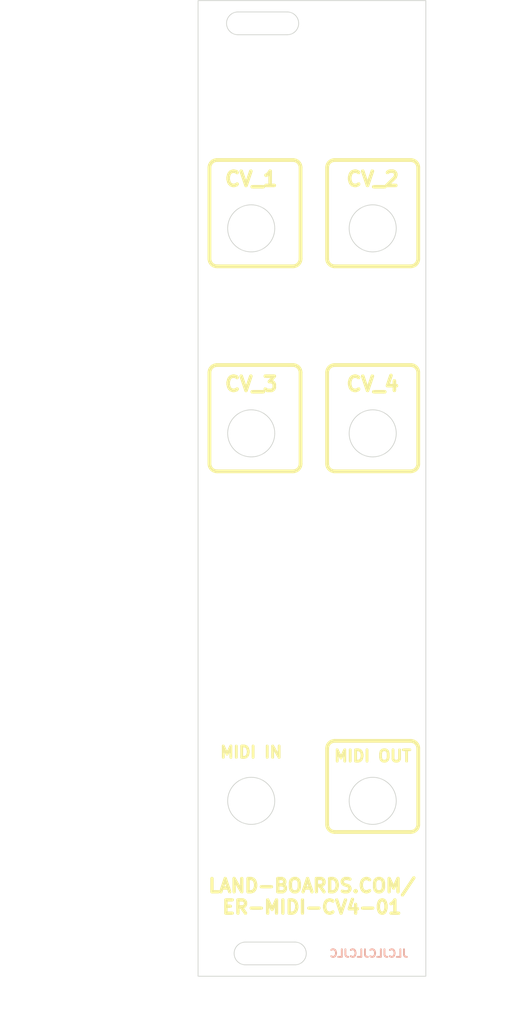
<source format=kicad_pcb>
(kicad_pcb (version 20211014) (generator pcbnew)

  (general
    (thickness 1.6)
  )

  (paper "A")
  (title_block
    (title "SYNTH MIDI COMTROLLER")
    (date "2022-09-23")
    (rev "1")
    (company "LAND BOARDS, LLC")
  )

  (layers
    (0 "F.Cu" signal)
    (31 "B.Cu" signal)
    (32 "B.Adhes" user "B.Adhesive")
    (33 "F.Adhes" user "F.Adhesive")
    (34 "B.Paste" user)
    (35 "F.Paste" user)
    (36 "B.SilkS" user "B.Silkscreen")
    (37 "F.SilkS" user "F.Silkscreen")
    (38 "B.Mask" user)
    (39 "F.Mask" user)
    (40 "Dwgs.User" user "User.Drawings")
    (41 "Cmts.User" user "User.Comments")
    (42 "Eco1.User" user "User.Eco1")
    (43 "Eco2.User" user "User.Eco2")
    (44 "Edge.Cuts" user)
    (45 "Margin" user)
    (46 "B.CrtYd" user "B.Courtyard")
    (47 "F.CrtYd" user "F.Courtyard")
    (48 "B.Fab" user)
    (49 "F.Fab" user)
    (50 "User.1" user)
    (51 "User.2" user)
    (52 "User.3" user)
    (53 "User.4" user)
    (54 "User.5" user)
    (55 "User.6" user)
    (56 "User.7" user)
    (57 "User.8" user)
    (58 "User.9" user)
  )

  (setup
    (stackup
      (layer "F.SilkS" (type "Top Silk Screen"))
      (layer "F.Paste" (type "Top Solder Paste"))
      (layer "F.Mask" (type "Top Solder Mask") (thickness 0.01))
      (layer "F.Cu" (type "copper") (thickness 0.035))
      (layer "dielectric 1" (type "core") (thickness 1.51) (material "FR4") (epsilon_r 4.5) (loss_tangent 0.02))
      (layer "B.Cu" (type "copper") (thickness 0.035))
      (layer "B.Mask" (type "Bottom Solder Mask") (thickness 0.01))
      (layer "B.Paste" (type "Bottom Solder Paste"))
      (layer "B.SilkS" (type "Bottom Silk Screen"))
      (copper_finish "None")
      (dielectric_constraints no)
    )
    (pad_to_mask_clearance 0)
    (pcbplotparams
      (layerselection 0x00010f0_ffffffff)
      (disableapertmacros false)
      (usegerberextensions true)
      (usegerberattributes true)
      (usegerberadvancedattributes true)
      (creategerberjobfile false)
      (svguseinch false)
      (svgprecision 6)
      (excludeedgelayer true)
      (plotframeref false)
      (viasonmask false)
      (mode 1)
      (useauxorigin false)
      (hpglpennumber 1)
      (hpglpenspeed 20)
      (hpglpendiameter 15.000000)
      (dxfpolygonmode true)
      (dxfimperialunits true)
      (dxfusepcbnewfont true)
      (psnegative false)
      (psa4output false)
      (plotreference true)
      (plotvalue true)
      (plotinvisibletext false)
      (sketchpadsonfab false)
      (subtractmaskfromsilk false)
      (outputformat 1)
      (mirror false)
      (drillshape 0)
      (scaleselection 1)
      (outputdirectory "PLOTS/")
    )
  )

  (net 0 "")

  (gr_arc (start 43.5 53.000003) (mid 42.792894 52.70711) (end 42.5 52.000003) (layer "F.SilkS") (width 0.5) (tstamp 01c950c2-84d4-4062-97ce-28407e323c63))
  (gr_arc (start 54.5 52.000003) (mid 54.207107 52.707109) (end 53.5 53.000003) (layer "F.SilkS") (width 0.5) (tstamp 031a6158-41bb-434c-9952-f633292a0643))
  (gr_arc (start 27 67) (mid 27.292893 66.292894) (end 28 66) (layer "F.SilkS") (width 0.5) (tstamp 08951927-dcdb-48ef-a4ba-b24fecadcc5f))
  (gr_arc (start 28 53.000003) (mid 27.292894 52.70711) (end 27 52.000003) (layer "F.SilkS") (width 0.5) (tstamp 0acb7b97-c6e6-44df-ad0d-230a70aa8726))
  (gr_line (start 27 79) (end 27 67) (layer "F.SilkS") (width 0.5) (tstamp 14ae6814-97a1-417e-bec2-8de437fc055e))
  (gr_arc (start 43.5 80) (mid 42.792894 79.707107) (end 42.5 79) (layer "F.SilkS") (width 0.5) (tstamp 191f42b3-4d25-45d5-a764-a0fd795e322b))
  (gr_arc (start 53.5 115.5) (mid 54.207106 115.792893) (end 54.5 116.5) (layer "F.SilkS") (width 0.5) (tstamp 200b738a-50e9-4f57-b197-9a6a0ae11af3))
  (gr_arc (start 42.5 67) (mid 42.792893 66.292894) (end 43.5 66) (layer "F.SilkS") (width 0.5) (tstamp 24115169-fbaf-42f8-8ea2-50b53559acae))
  (gr_line (start 27 52.000003) (end 27 40.000003) (layer "F.SilkS") (width 0.5) (tstamp 2e4ab829-7cbc-43d6-922e-e58b81d5b325))
  (gr_arc (start 38 66) (mid 38.707106 66.292893) (end 39 67) (layer "F.SilkS") (width 0.5) (tstamp 316f7731-ca0e-4353-9d0a-b39b70f911ba))
  (gr_line (start 43.5 66) (end 53.5 66) (layer "F.SilkS") (width 0.5) (tstamp 42ff3cd4-f496-4fae-ad51-e4a6d6c4a3fd))
  (gr_line (start 42.5 126.5) (end 42.5 116.5) (layer "F.SilkS") (width 0.5) (tstamp 430b98dc-0155-464c-95fc-2bf720cc2dd3))
  (gr_arc (start 39 52.000003) (mid 38.707107 52.707109) (end 38 53.000003) (layer "F.SilkS") (width 0.5) (tstamp 457f42c3-5be7-4c16-bf1a-e05a256ab5fe))
  (gr_line (start 38 53.000003) (end 28 53.000003) (layer "F.SilkS") (width 0.5) (tstamp 4d12fef9-a8a6-4fe7-8eb6-18559735365e))
  (gr_line (start 53.5 53.000003) (end 43.5 53.000003) (layer "F.SilkS") (width 0.5) (tstamp 4e6670df-abff-4ed6-b674-d8eab1e694b7))
  (gr_line (start 53.5 80) (end 43.5 80) (layer "F.SilkS") (width 0.5) (tstamp 5073e2aa-8704-462c-b9ec-5d0a20454258))
  (gr_arc (start 28 80) (mid 27.292894 79.707107) (end 27 79) (layer "F.SilkS") (width 0.5) (tstamp 598a409e-d6d1-4e1e-9626-b7f83b7ccb98))
  (gr_line (start 39 40.000003) (end 39 52.000003) (layer "F.SilkS") (width 0.5) (tstamp 5c488b78-0da5-43a2-95d3-30c56a0b5e7b))
  (gr_arc (start 42.5 116.5) (mid 42.792893 115.792894) (end 43.5 115.5) (layer "F.SilkS") (width 0.5) (tstamp 60a7dcc1-b459-4b69-be02-f48b66a815f0))
  (gr_arc (start 54.5 79) (mid 54.207107 79.707106) (end 53.5 80) (layer "F.SilkS") (width 0.5) (tstamp 878d500e-41a8-4a2f-b3a1-3d4bb11333d8))
  (gr_line (start 42.5 40.000003) (end 42.5 52.000003) (layer "F.SilkS") (width 0.5) (tstamp 88ac54d2-fbab-47d5-99b7-9af1eb96e113))
  (gr_arc (start 53.5 39.000003) (mid 54.207106 39.292896) (end 54.5 40.000003) (layer "F.SilkS") (width 0.5) (tstamp 95589da1-41ce-4ceb-8fc8-bfd893562be9))
  (gr_line (start 38 80) (end 28 80) (layer "F.SilkS") (width 0.5) (tstamp 9bd3b295-cf9b-4409-8a15-32cee0098743))
  (gr_arc (start 53.5 66) (mid 54.207106 66.292893) (end 54.5 67) (layer "F.SilkS") (width 0.5) (tstamp 9dbac948-b489-471f-bb28-c108b83fe088))
  (gr_arc (start 42.5 40.000003) (mid 42.792893 39.292897) (end 43.5 39.000003) (layer "F.SilkS") (width 0.5) (tstamp a020bf6e-574c-4ecb-89ab-06ce8f4215f3))
  (gr_line (start 28 39.000003) (end 38 39.000003) (layer "F.SilkS") (width 0.5) (tstamp a16ea363-07ef-4986-8f97-4e5827bfc40a))
  (gr_line (start 43.5 115.5) (end 53.5 115.5) (layer "F.SilkS") (width 0.5) (tstamp a43ae97f-ff8c-43dd-8d6d-82a22f1be9b5))
  (gr_line (start 54.5 40.000003) (end 54.5 52.000003) (layer "F.SilkS") (width 0.5) (tstamp a59a7927-0a9c-48b1-8d02-37baf1009ef6))
  (gr_line (start 37.5 66) (end 38 66) (layer "F.SilkS") (width 0.5) (tstamp bc947ef2-1a25-4fc3-90a8-e452619c96c9))
  (gr_arc (start 38 39.000003) (mid 38.707106 39.292896) (end 39 40.000003) (layer "F.SilkS") (width 0.5) (tstamp c0d7ddc3-0fb2-4859-8099-85cf17faa495))
  (gr_arc (start 54.5 126.5) (mid 54.207107 127.207106) (end 53.5 127.5) (layer "F.SilkS") (width 0.5) (tstamp c25b90aa-c787-46a1-8b80-e5b9fd45039a))
  (gr_line (start 28 66) (end 37.5 66) (layer "F.SilkS") (width 0.5) (tstamp cd2a1057-ec20-4708-a21a-458c10ff5984))
  (gr_line (start 43.5 39.000003) (end 53.5 39.000003) (layer "F.SilkS") (width 0.5) (tstamp cef9ded0-2b78-46a0-b213-4a6d45c2f8b0))
  (gr_line (start 54.5 116.5) (end 54.5 126.5) (layer "F.SilkS") (width 0.5) (tstamp d039718a-5f93-4d2d-b957-a40b11652989))
  (gr_arc (start 39 79) (mid 38.707107 79.707106) (end 38 80) (layer "F.SilkS") (width 0.5) (tstamp d37c9a21-a75d-4c2f-950c-c4469540ead5))
  (gr_arc (start 43.5 127.5) (mid 42.792894 127.207107) (end 42.5 126.5) (layer "F.SilkS") (width 0.5) (tstamp e085e529-431d-4fe9-aed9-287036ceabd6))
  (gr_line (start 42.5 79) (end 42.5 67) (layer "F.SilkS") (width 0.5) (tstamp e2c9adb6-d3eb-4acb-868a-58ffeecc65b0))
  (gr_line (start 39 67) (end 39 79) (layer "F.SilkS") (width 0.5) (tstamp e2ca9cef-f053-499f-a166-187c41a68d8c))
  (gr_line (start 54.5 67) (end 54.5 79) (layer "F.SilkS") (width 0.5) (tstamp ebd09f57-f1eb-4035-9778-e725368edccc))
  (gr_arc (start 27 40.000003) (mid 27.292893 39.292897) (end 28 39.000003) (layer "F.SilkS") (width 0.5) (tstamp f0efb02d-e7cf-4fd7-879b-eb2dd5ed72d8))
  (gr_line (start 53.5 127.5) (end 43.5 127.5) (layer "F.SilkS") (width 0.5) (tstamp f5156e03-6da9-4205-8d49-0997e01031c7))
  (gr_circle (center 48.5 75) (end 51.6 75) (layer "Edge.Cuts") (width 0.1) (fill none) (tstamp 01077b49-82ec-4f3c-9792-fe06705ab818))
  (gr_arc (start 37.25 19.5) (mid 38.75 21) (end 37.25 22.5) (layer "Edge.Cuts") (width 0.1) (tstamp 042b5996-c3d5-409f-9c85-38e3b60c0df8))
  (gr_line (start 30.75 19.5) (end 37.25 19.5) (layer "Edge.Cuts") (width 0.1) (tstamp 14a17511-61a0-4960-9e72-4009d96ece42))
  (gr_arc (start 31.75 145) (mid 30.25 143.5) (end 31.75 142) (layer "Edge.Cuts") (width 0.1) (tstamp 1512d480-b2af-4fe9-bbe2-c76b652d0b1b))
  (gr_rect (start 25.5 18) (end 55.5 146.5) (layer "Edge.Cuts") (width 0.1) (fill none) (tstamp 29524295-9f03-40c3-8816-8e73dda48044))
  (gr_circle (center 32.5 48) (end 35.6 48) (layer "Edge.Cuts") (width 0.1) (fill none) (tstamp 33077d7c-6c18-47c6-bcc3-cf5f9439b6b3))
  (gr_circle (center 48.5 123.4) (end 51.6 123.4) (layer "Edge.Cuts") (width 0.1) (fill none) (tstamp 3d622ac5-9ddf-4555-894f-64fa458bae75))
  (gr_line (start 30.75 22.5) (end 37.25 22.5) (layer "Edge.Cuts") (width 0.1) (tstamp 3ec909d9-6812-400a-8364-0695bbe6c874))
  (gr_line (start 31.75 142) (end 38.25 142) (layer "Edge.Cuts") (width 0.1) (tstamp 60ba1407-c1c6-47d5-840c-5b6a8483a71d))
  (gr_line (start 31.75 145) (end 38.25 145) (layer "Edge.Cuts") (width 0.1) (tstamp 744394ad-4e71-43c5-90dc-e728c5f6592a))
  (gr_circle (center 32.5 75) (end 35.6 75) (layer "Edge.Cuts") (width 0.1) (fill none) (tstamp 7b771941-e0c5-4954-b9c9-ab250ad0e446))
  (gr_arc (start 30.75 22.5) (mid 29.25 21) (end 30.75 19.5) (layer "Edge.Cuts") (width 0.1) (tstamp a2051512-b416-4449-9ad8-e7d980774088))
  (gr_circle (center 32.5 123.4) (end 35.6 123.4) (layer "Edge.Cuts") (width 0.1) (fill none) (tstamp b31ab078-0cf4-4b44-bf55-a4b6573cb52f))
  (gr_circle (center 48.5 48) (end 51.6 48) (layer "Edge.Cuts") (width 0.1) (fill none) (tstamp c6549539-6b52-4807-b853-def264073f50))
  (gr_arc (start 38.25 142) (mid 39.75 143.5) (end 38.25 145) (layer "Edge.Cuts") (width 0.1) (tstamp f4e0c764-1b5c-4a44-aa7f-2d15984ae5c6))
  (gr_text "JLCJLCJLCJLC" (at 48 143.5) (layer "B.SilkS") (tstamp 619cf9e3-25a5-4699-bab6-469aedc62cab)
    (effects (font (size 1 1) (thickness 0.25)) (justify mirror))
  )
  (gr_text "MIDI OUT" (at 48.5 117.5) (layer "F.SilkS") (tstamp 20091f7d-b577-4828-ae1f-5d3f7f651caf)
    (effects (font (size 1.5 1.5) (thickness 0.375)))
  )
  (gr_text "MIDI IN" (at 32.5 117) (layer "F.SilkS") (tstamp 449a4130-5198-43c7-aa17-3cb30c17454b)
    (effects (font (size 1.5 1.5) (thickness 0.375)))
  )
  (gr_text "CV_2\n" (at 48.5 41.5) (layer "F.SilkS") (tstamp 57bdabbe-9c03-49ae-bb22-ae1503463d66)
    (effects (font (size 1.8796 1.905) (thickness 0.4699)))
  )
  (gr_text "CV_4" (at 48.5 68.5) (layer "F.SilkS") (tstamp a6bce69b-fee2-4420-bbeb-9e5af8e718cb)
    (effects (font (size 1.8796 1.905) (thickness 0.4699)))
  )
  (gr_text "CV_3" (at 32.5 68.5) (layer "F.SilkS") (tstamp d7fc25e7-72aa-4235-b313-ecc59377976b)
    (effects (font (size 1.8796 1.905) (thickness 0.4699)))
  )
  (gr_text "LAND-BOARDS.COM/\nER-MIDI-CV4-01" (at 40.5 136) (layer "F.SilkS") (tstamp e4931782-5c66-4c17-9c84-fc8a5a7fec89)
    (effects (font (size 1.75 1.75) (thickness 0.4375)))
  )
  (gr_text "CV_1" (at 32.5 41.5) (layer "F.SilkS") (tstamp feeff704-3bb6-42cf-b239-499ad811fa56)
    (effects (font (size 1.8796 1.905) (thickness 0.4699)))
  )
  (dimension (type aligned) (layer "Dwgs.User") (tstamp 1939ff44-ddcc-4e24-82f6-df2676c45d65)
    (pts (xy 55.5 75) (xy 55.5 123.5))
    (height 34)
    (gr_text "48.5000 mm" (at 20.35 99.25 90) (layer "Dwgs.User") (tstamp 1939ff44-ddcc-4e24-82f6-df2676c45d65)
      (effects (font (size 1 1) (thickness 0.15)))
    )
    (format (units 3) (units_format 1) (precision 4))
    (style (thickness 0.15) (arrow_length 1.27) (text_position_mode 0) (extension_height 0.58642) (extension_offset 0.5) keep_text_aligned)
  )
  (dimension (type aligned) (layer "Dwgs.User") (tstamp 29b7baa7-4160-4241-b2d2-887aa23af7ef)
    (pts (xy 21.5 48) (xy 21.5 43))
    (height 36.5)
    (gr_text "5.0000 mm" (at 56.85 45.5 90) (layer "Dwgs.User") (tstamp 29b7baa7-4160-4241-b2d2-887aa23af7ef)
      (effects (font (size 1 1) (thickness 0.15)))
    )
    (format (units 3) (units_format 1) (precision 4))
    (style (thickness 0.15) (arrow_length 1.27) (text_position_mode 0) (extension_height 0.58642) (extension_offset 0.5) keep_text_aligned)
  )
  (dimension (type aligned) (layer "Dwgs.User") (tstamp 3255df5e-d965-46fc-9eef-44db32cda443)
    (pts (xy 25.5 18) (xy 32.5 18))
    (height 134)
    (gr_text "7.0000 mm" (at 29 150.85) (layer "Dwgs.User") (tstamp 3255df5e-d965-46fc-9eef-44db32cda443)
      (effects (font (size 1 1) (thickness 0.15)))
    )
    (format (units 3) (units_format 1) (precision 4))
    (style (thickness 0.15) (arrow_length 1.27) (text_position_mode 0) (extension_height 0.58642) (extension_offset 0.5) keep_text_aligned)
  )
  (dimension (type aligned) (layer "Dwgs.User") (tstamp 33b2d1d3-5ccd-4bbd-a2cb-5bb0d930b7d9)
    (pts (xy 55.5 18) (xy 48.5 18))
    (height -134)
    (gr_text "7.0000 mm" (at 52 150.85) (layer "Dwgs.User") (tstamp 33b2d1d3-5ccd-4bbd-a2cb-5bb0d930b7d9)
      (effects (font (size 1 1) (thickness 0.15)))
    )
    (format (units 3) (units_format 1) (precision 4))
    (style (thickness 0.15) (arrow_length 1.27) (text_position_mode 0) (extension_height 0.58642) (extension_offset 0.5) keep_text_aligned)
  )
  (dimension (type aligned) (layer "Dwgs.User") (tstamp 441fcce0-3f78-486b-a564-ac13feaaeb9a)
    (pts (xy 65 48) (xy 65 75))
    (height 43.5)
    (gr_text "27.0000 mm" (at 20.35 61.5 90) (layer "Dwgs.User") (tstamp 441fcce0-3f78-486b-a564-ac13feaaeb9a)
      (effects (font (size 1 1) (thickness 0.15)))
    )
    (format (units 3) (units_format 1) (precision 4))
    (style (thickness 0.15) (arrow_length 1.27) (text_position_mode 0) (extension_height 0.58642) (extension_offset 0.5) keep_text_aligned)
  )
  (dimension (type aligned) (layer "Dwgs.User") (tstamp 722829f1-96ff-4dd6-8a67-a685929ab80d)
    (pts (xy 55.5 18) (xy 55.5 21))
    (height 39.5)
    (gr_text "3.0000 mm" (at 14.85 19.5 90) (layer "Dwgs.User") (tstamp 722829f1-96ff-4dd6-8a67-a685929ab80d)
      (effects (font (size 1 1) (thickness 0.15)))
    )
    (format (units 3) (units_format 1) (precision 4))
    (style (thickness 0.15) (arrow_length 1.27) (text_position_mode 0) (extension_height 0.58642) (extension_offset 0.5) keep_text_aligned)
  )
  (dimension (type aligned) (layer "Dwgs.User") (tstamp 77adb890-4f1b-43fa-9b4e-3be607f4a2fc)
    (pts (xy 55.5 146.5) (xy 55.5 143.5))
    (height -32)
    (gr_text "3.0000 mm" (at 22.35 145 90) (layer "Dwgs.User") (tstamp 77adb890-4f1b-43fa-9b4e-3be607f4a2fc)
      (effects (font (size 1 1) (thickness 0.15)))
    )
    (format (units 3) (units_format 1) (precision 4))
    (style (thickness 0.15) (arrow_length 1.27) (text_position_mode 0) (extension_height 0.58642) (extension_offset 0.5) keep_text_aligned)
  )
  (dimension (type aligned) (layer "Dwgs.User") (tstamp 9428e426-7b92-4345-b4f7-196de2b8592c)
    (pts (xy 55.5 32) (xy 55.5 48))
    (height 34)
    (gr_text "16.0000 mm" (at 20.35 40 90) (layer "Dwgs.User") (tstamp 9428e426-7b92-4345-b4f7-196de2b8592c)
      (effects (font (size 1 1) (thickness 0.15)))
    )
    (format (units 3) (units_format 1) (precision 4))
    (style (thickness 0.15) (arrow_length 1.27) (text_position_mode 0) (extension_height 0.58642) (extension_offset 0.5) keep_text_aligned)
  )
  (dimension (type aligned) (layer "Dwgs.User") (tstamp bcaff328-7ebc-4d36-8851-5fab66b9ba2e)
    (pts (xy 25.5 18) (xy 25.5 32))
    (height -38.5)
    (gr_text "14.0000 mm" (at 62.85 25 90) (layer "Dwgs.User") (tstamp bcaff328-7ebc-4d36-8851-5fab66b9ba2e)
      (effects (font (size 1 1) (thickness 0.15)))
    )
    (format (units 3) (units_format 1) (precision 4))
    (style (thickness 0.15) (arrow_length 1.27) (text_position_mode 0) (extension_height 0.58642) (extension_offset 0.5) keep_text_aligned)
  )
  (dimension (type aligned) (layer "Dwgs.User") (tstamp bce5d89a-a205-40bf-b016-7a0eace8c804)
    (pts (xy 25.5 75) (xy 25.5 70))
    (height 32.5)
    (gr_text "5.0000 mm" (at 56.85 72.5 90) (layer "Dwgs.User") (tstamp bce5d89a-a205-40bf-b016-7a0eace8c804)
      (effects (font (size 1 1) (thickness 0.15)))
    )
    (format (units 3) (units_format 1) (precision 4))
    (style (thickness 0.15) (arrow_length 1.27) (text_position_mode 0) (extension_height 0.58642) (extension_offset 0.5) keep_text_aligned)
  )
  (dimension (type aligned) (layer "Dwgs.User") (tstamp bfba3fb7-2e67-443f-b0ad-99aa9051df3e)
    (pts (xy 32.5 18) (xy 48.5 18))
    (height 134)
    (gr_text "16.0000 mm" (at 40.5 150.85) (layer "Dwgs.User") (tstamp bfba3fb7-2e67-443f-b0ad-99aa9051df3e)
      (effects (font (size 1 1) (thickness 0.15)))
    )
    (format (units 3) (units_format 1) (precision 4))
    (style (thickness 0.15) (arrow_length 1.27) (text_position_mode 0) (extension_height 0.58642) (extension_offset 0.5) keep_text_aligned)
  )
  (dimension (type aligned) (layer "Dwgs.User") (tstamp c731c745-058f-48a9-934c-0a3ee28de07d)
    (pts (xy 55.5 146.5) (xy 55.5 132))
    (height -50)
    (gr_text "14.5000 mm" (at 4.35 139.25 90) (layer "Dwgs.User") (tstamp c731c745-058f-48a9-934c-0a3ee28de07d)
      (effects (font (size 1 1) (thickness 0.15)))
    )
    (format (units 3) (units_format 1) (precision 4))
    (style (thickness 0.15) (arrow_length 1.27) (text_position_mode 0) (extension_height 0.58642) (extension_offset 0.5) keep_text_aligned)
  )
  (dimension (type aligned) (layer "Dwgs.User") (tstamp db85a818-4942-422e-a686-5d055d3749c1)
    (pts (xy 25.5 123.5) (xy 25.5 118.5))
    (height 32.5)
    (gr_text "5.0000 mm" (at 56.85 121 90) (layer "Dwgs.User") (tstamp db85a818-4942-422e-a686-5d055d3749c1)
      (effects (font (size 1 1) (thickness 0.15)))
    )
    (format (units 3) (units_format 1) (precision 4))
    (style (thickness 0.15) (arrow_length 1.27) (text_position_mode 0) (extension_height 0.58642) (extension_offset 0.5) keep_text_aligned)
  )
  (dimension (type aligned) (layer "Dwgs.User") (tstamp eed7e659-4b79-4074-923c-a6c21146f5ed)
    (pts (xy 25.5 18) (xy 25.5 32))
    (height 4)
    (gr_text "14.0000 mm" (at 20.35 25 90) (layer "Dwgs.User") (tstamp eed7e659-4b79-4074-923c-a6c21146f5ed)
      (effects (font (size 1 1) (thickness 0.15)))
    )
    (format (units 3) (units_format 1) (precision 4))
    (style (thickness 0.15) (arrow_length 1.27) (text_position_mode 0) (extension_height 0.58642) (extension_offset 0.5) keep_text_aligned)
  )

)

</source>
